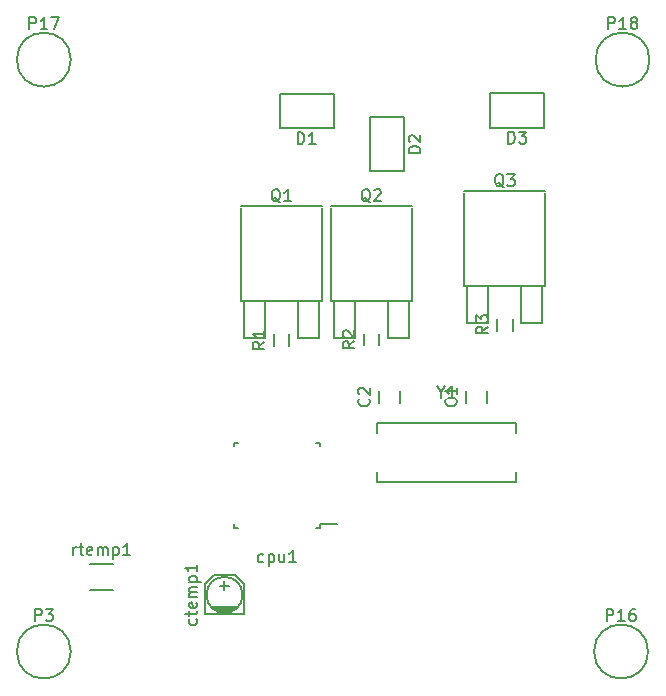
<source format=gbr>
G04 #@! TF.FileFunction,Legend,Top*
%FSLAX46Y46*%
G04 Gerber Fmt 4.6, Leading zero omitted, Abs format (unit mm)*
G04 Created by KiCad (PCBNEW 4.0.2+dfsg1-stable) date Thu 14 Apr 2016 07:40:31 AM EDT*
%MOMM*%
G01*
G04 APERTURE LIST*
%ADD10C,0.100000*%
%ADD11C,0.150000*%
G04 APERTURE END LIST*
D10*
D11*
X39663000Y26154000D02*
X39663000Y25154000D01*
X41363000Y25154000D02*
X41363000Y26154000D01*
X32297000Y26154000D02*
X32297000Y25154000D01*
X33997000Y25154000D02*
X33997000Y26154000D01*
X43601000Y32262000D02*
X43601000Y31262000D01*
X42251000Y31262000D02*
X42251000Y32262000D01*
X32298000Y31005400D02*
X32298000Y30005400D01*
X30948000Y30005400D02*
X30948000Y31005400D01*
X24678000Y30980000D02*
X24678000Y29980000D01*
X23328000Y29980000D02*
X23328000Y30980000D01*
X32123380Y18455640D02*
X43822620Y18455640D01*
X43822620Y23454360D02*
X32123380Y23454360D01*
X43822620Y18455640D02*
X43822620Y19304000D01*
X43822620Y23454360D02*
X43822620Y22606000D01*
X32123380Y18455640D02*
X32123380Y19304000D01*
X32123380Y23454360D02*
X32123380Y22606000D01*
X27247000Y14536000D02*
X27247000Y14861000D01*
X19997000Y14536000D02*
X19997000Y14861000D01*
X19997000Y21786000D02*
X19997000Y21461000D01*
X27247000Y21786000D02*
X27247000Y21461000D01*
X27247000Y14536000D02*
X26922000Y14536000D01*
X27247000Y21786000D02*
X26922000Y21786000D01*
X19997000Y21786000D02*
X20322000Y21786000D01*
X19997000Y14536000D02*
X20322000Y14536000D01*
X27247000Y14861000D02*
X28672000Y14861000D01*
X17526000Y7239000D02*
X20828000Y7239000D01*
X20828000Y7239000D02*
X20828000Y9779000D01*
X20828000Y9779000D02*
X20066000Y10541000D01*
X20066000Y10541000D02*
X18288000Y10541000D01*
X18288000Y10541000D02*
X17526000Y9779000D01*
X17526000Y9779000D02*
X17526000Y7239000D01*
X18669000Y7493000D02*
X19685000Y7493000D01*
X18415000Y7620000D02*
X19939000Y7620000D01*
X18161000Y7747000D02*
X20193000Y7747000D01*
X18034000Y7874000D02*
X20320000Y7874000D01*
X19177000Y10033000D02*
X19177000Y9271000D01*
X18796000Y9652000D02*
X19558000Y9652000D01*
X20701000Y8890000D02*
G75*
G03X20701000Y8890000I-1524000J0D01*
G01*
X25400000Y33782000D02*
X25400000Y30607000D01*
X25400000Y30607000D02*
X27178000Y30607000D01*
X27178000Y30607000D02*
X27178000Y33782000D01*
X20828000Y33782000D02*
X20828000Y30607000D01*
X20828000Y30607000D02*
X22606000Y30607000D01*
X22606000Y30607000D02*
X22606000Y33782000D01*
X27432000Y39878000D02*
X27432000Y33782000D01*
X27432000Y33782000D02*
X20574000Y33782000D01*
X20574000Y33782000D02*
X20574000Y41656000D01*
X20574000Y41783000D02*
X27432000Y41783000D01*
X27432000Y41656000D02*
X27432000Y39878000D01*
X33020000Y33782000D02*
X33020000Y30607000D01*
X33020000Y30607000D02*
X34798000Y30607000D01*
X34798000Y30607000D02*
X34798000Y33782000D01*
X28448000Y33782000D02*
X28448000Y30607000D01*
X28448000Y30607000D02*
X30226000Y30607000D01*
X30226000Y30607000D02*
X30226000Y33782000D01*
X35052000Y39878000D02*
X35052000Y33782000D01*
X35052000Y33782000D02*
X28194000Y33782000D01*
X28194000Y33782000D02*
X28194000Y41656000D01*
X28194000Y41783000D02*
X35052000Y41783000D01*
X35052000Y41656000D02*
X35052000Y39878000D01*
X44323000Y35052000D02*
X44323000Y31877000D01*
X44323000Y31877000D02*
X46101000Y31877000D01*
X46101000Y31877000D02*
X46101000Y35052000D01*
X39751000Y35052000D02*
X39751000Y31877000D01*
X39751000Y31877000D02*
X41529000Y31877000D01*
X41529000Y31877000D02*
X41529000Y35052000D01*
X46355000Y41148000D02*
X46355000Y35052000D01*
X46355000Y35052000D02*
X39497000Y35052000D01*
X39497000Y35052000D02*
X39497000Y42926000D01*
X39497000Y43053000D02*
X46355000Y43053000D01*
X46355000Y42926000D02*
X46355000Y41148000D01*
X9763000Y9339000D02*
X7763000Y9339000D01*
X7763000Y11489000D02*
X9763000Y11489000D01*
X23851600Y48400200D02*
X23851600Y51320200D01*
X28421600Y48400200D02*
X23851600Y48400200D01*
X28421600Y51320200D02*
X23851600Y51320200D01*
X28421600Y48400200D02*
X28421600Y51320200D01*
X34403800Y44772000D02*
X31483800Y44772000D01*
X34403800Y49342000D02*
X34403800Y44772000D01*
X31483800Y49342000D02*
X31483800Y44772000D01*
X34403800Y49342000D02*
X31483800Y49342000D01*
X41682400Y48451000D02*
X41682400Y51371000D01*
X46252400Y48451000D02*
X41682400Y48451000D01*
X46252400Y51371000D02*
X41682400Y51371000D01*
X46252400Y48451000D02*
X46252400Y51371000D01*
X6161000Y4089400D02*
G75*
G03X6161000Y4089400I-2286000J0D01*
G01*
X55041800Y4089400D02*
G75*
G03X55041800Y4089400I-2286000J0D01*
G01*
X6161000Y54203000D02*
G75*
G03X6161000Y54203000I-2286000J0D01*
G01*
X55161000Y54203000D02*
G75*
G03X55161000Y54203000I-2286000J0D01*
G01*
X38770143Y25487334D02*
X38817762Y25439715D01*
X38865381Y25296858D01*
X38865381Y25201620D01*
X38817762Y25058762D01*
X38722524Y24963524D01*
X38627286Y24915905D01*
X38436810Y24868286D01*
X38293952Y24868286D01*
X38103476Y24915905D01*
X38008238Y24963524D01*
X37913000Y25058762D01*
X37865381Y25201620D01*
X37865381Y25296858D01*
X37913000Y25439715D01*
X37960619Y25487334D01*
X38865381Y26439715D02*
X38865381Y25868286D01*
X38865381Y26154000D02*
X37865381Y26154000D01*
X38008238Y26058762D01*
X38103476Y25963524D01*
X38151095Y25868286D01*
X31404143Y25487334D02*
X31451762Y25439715D01*
X31499381Y25296858D01*
X31499381Y25201620D01*
X31451762Y25058762D01*
X31356524Y24963524D01*
X31261286Y24915905D01*
X31070810Y24868286D01*
X30927952Y24868286D01*
X30737476Y24915905D01*
X30642238Y24963524D01*
X30547000Y25058762D01*
X30499381Y25201620D01*
X30499381Y25296858D01*
X30547000Y25439715D01*
X30594619Y25487334D01*
X30594619Y25868286D02*
X30547000Y25915905D01*
X30499381Y26011143D01*
X30499381Y26249239D01*
X30547000Y26344477D01*
X30594619Y26392096D01*
X30689857Y26439715D01*
X30785095Y26439715D01*
X30927952Y26392096D01*
X31499381Y25820667D01*
X31499381Y26439715D01*
X41478381Y31595334D02*
X41002190Y31262000D01*
X41478381Y31023905D02*
X40478381Y31023905D01*
X40478381Y31404858D01*
X40526000Y31500096D01*
X40573619Y31547715D01*
X40668857Y31595334D01*
X40811714Y31595334D01*
X40906952Y31547715D01*
X40954571Y31500096D01*
X41002190Y31404858D01*
X41002190Y31023905D01*
X40478381Y31928667D02*
X40478381Y32547715D01*
X40859333Y32214381D01*
X40859333Y32357239D01*
X40906952Y32452477D01*
X40954571Y32500096D01*
X41049810Y32547715D01*
X41287905Y32547715D01*
X41383143Y32500096D01*
X41430762Y32452477D01*
X41478381Y32357239D01*
X41478381Y32071524D01*
X41430762Y31976286D01*
X41383143Y31928667D01*
X30175381Y30338734D02*
X29699190Y30005400D01*
X30175381Y29767305D02*
X29175381Y29767305D01*
X29175381Y30148258D01*
X29223000Y30243496D01*
X29270619Y30291115D01*
X29365857Y30338734D01*
X29508714Y30338734D01*
X29603952Y30291115D01*
X29651571Y30243496D01*
X29699190Y30148258D01*
X29699190Y29767305D01*
X29270619Y30719686D02*
X29223000Y30767305D01*
X29175381Y30862543D01*
X29175381Y31100639D01*
X29223000Y31195877D01*
X29270619Y31243496D01*
X29365857Y31291115D01*
X29461095Y31291115D01*
X29603952Y31243496D01*
X30175381Y30672067D01*
X30175381Y31291115D01*
X22555381Y30313334D02*
X22079190Y29980000D01*
X22555381Y29741905D02*
X21555381Y29741905D01*
X21555381Y30122858D01*
X21603000Y30218096D01*
X21650619Y30265715D01*
X21745857Y30313334D01*
X21888714Y30313334D01*
X21983952Y30265715D01*
X22031571Y30218096D01*
X22079190Y30122858D01*
X22079190Y29741905D01*
X22555381Y31265715D02*
X22555381Y30694286D01*
X22555381Y30980000D02*
X21555381Y30980000D01*
X21698238Y30884762D01*
X21793476Y30789524D01*
X21841095Y30694286D01*
X37496809Y26058810D02*
X37496809Y25582619D01*
X37163476Y26582619D02*
X37496809Y26058810D01*
X37830143Y26582619D01*
X38687286Y25582619D02*
X38115857Y25582619D01*
X38401571Y25582619D02*
X38401571Y26582619D01*
X38306333Y26439762D01*
X38211095Y26344524D01*
X38115857Y26296905D01*
X22479143Y11706238D02*
X22383905Y11658619D01*
X22193428Y11658619D01*
X22098190Y11706238D01*
X22050571Y11753857D01*
X22002952Y11849095D01*
X22002952Y12134810D01*
X22050571Y12230048D01*
X22098190Y12277667D01*
X22193428Y12325286D01*
X22383905Y12325286D01*
X22479143Y12277667D01*
X22907714Y12325286D02*
X22907714Y11325286D01*
X22907714Y12277667D02*
X23002952Y12325286D01*
X23193429Y12325286D01*
X23288667Y12277667D01*
X23336286Y12230048D01*
X23383905Y12134810D01*
X23383905Y11849095D01*
X23336286Y11753857D01*
X23288667Y11706238D01*
X23193429Y11658619D01*
X23002952Y11658619D01*
X22907714Y11706238D01*
X24241048Y12325286D02*
X24241048Y11658619D01*
X23812476Y12325286D02*
X23812476Y11801476D01*
X23860095Y11706238D01*
X23955333Y11658619D01*
X24098191Y11658619D01*
X24193429Y11706238D01*
X24241048Y11753857D01*
X25241048Y11658619D02*
X24669619Y11658619D01*
X24955333Y11658619D02*
X24955333Y12658619D01*
X24860095Y12515762D01*
X24764857Y12420524D01*
X24669619Y12372905D01*
X16787762Y6818572D02*
X16835381Y6723334D01*
X16835381Y6532857D01*
X16787762Y6437619D01*
X16740143Y6390000D01*
X16644905Y6342381D01*
X16359190Y6342381D01*
X16263952Y6390000D01*
X16216333Y6437619D01*
X16168714Y6532857D01*
X16168714Y6723334D01*
X16216333Y6818572D01*
X16168714Y7104286D02*
X16168714Y7485238D01*
X15835381Y7247143D02*
X16692524Y7247143D01*
X16787762Y7294762D01*
X16835381Y7390000D01*
X16835381Y7485238D01*
X16787762Y8199525D02*
X16835381Y8104287D01*
X16835381Y7913810D01*
X16787762Y7818572D01*
X16692524Y7770953D01*
X16311571Y7770953D01*
X16216333Y7818572D01*
X16168714Y7913810D01*
X16168714Y8104287D01*
X16216333Y8199525D01*
X16311571Y8247144D01*
X16406810Y8247144D01*
X16502048Y7770953D01*
X16835381Y8675715D02*
X16168714Y8675715D01*
X16263952Y8675715D02*
X16216333Y8723334D01*
X16168714Y8818572D01*
X16168714Y8961430D01*
X16216333Y9056668D01*
X16311571Y9104287D01*
X16835381Y9104287D01*
X16311571Y9104287D02*
X16216333Y9151906D01*
X16168714Y9247144D01*
X16168714Y9390001D01*
X16216333Y9485239D01*
X16311571Y9532858D01*
X16835381Y9532858D01*
X16168714Y10009048D02*
X17168714Y10009048D01*
X16216333Y10009048D02*
X16168714Y10104286D01*
X16168714Y10294763D01*
X16216333Y10390001D01*
X16263952Y10437620D01*
X16359190Y10485239D01*
X16644905Y10485239D01*
X16740143Y10437620D01*
X16787762Y10390001D01*
X16835381Y10294763D01*
X16835381Y10104286D01*
X16787762Y10009048D01*
X16835381Y11437620D02*
X16835381Y10866191D01*
X16835381Y11151905D02*
X15835381Y11151905D01*
X15978238Y11056667D01*
X16073476Y10961429D01*
X16121095Y10866191D01*
X23907762Y42124381D02*
X23812524Y42172000D01*
X23717286Y42267238D01*
X23574429Y42410095D01*
X23479190Y42457714D01*
X23383952Y42457714D01*
X23431571Y42219619D02*
X23336333Y42267238D01*
X23241095Y42362476D01*
X23193476Y42552952D01*
X23193476Y42886286D01*
X23241095Y43076762D01*
X23336333Y43172000D01*
X23431571Y43219619D01*
X23622048Y43219619D01*
X23717286Y43172000D01*
X23812524Y43076762D01*
X23860143Y42886286D01*
X23860143Y42552952D01*
X23812524Y42362476D01*
X23717286Y42267238D01*
X23622048Y42219619D01*
X23431571Y42219619D01*
X24812524Y42219619D02*
X24241095Y42219619D01*
X24526809Y42219619D02*
X24526809Y43219619D01*
X24431571Y43076762D01*
X24336333Y42981524D01*
X24241095Y42933905D01*
X31527762Y42124381D02*
X31432524Y42172000D01*
X31337286Y42267238D01*
X31194429Y42410095D01*
X31099190Y42457714D01*
X31003952Y42457714D01*
X31051571Y42219619D02*
X30956333Y42267238D01*
X30861095Y42362476D01*
X30813476Y42552952D01*
X30813476Y42886286D01*
X30861095Y43076762D01*
X30956333Y43172000D01*
X31051571Y43219619D01*
X31242048Y43219619D01*
X31337286Y43172000D01*
X31432524Y43076762D01*
X31480143Y42886286D01*
X31480143Y42552952D01*
X31432524Y42362476D01*
X31337286Y42267238D01*
X31242048Y42219619D01*
X31051571Y42219619D01*
X31861095Y43124381D02*
X31908714Y43172000D01*
X32003952Y43219619D01*
X32242048Y43219619D01*
X32337286Y43172000D01*
X32384905Y43124381D01*
X32432524Y43029143D01*
X32432524Y42933905D01*
X32384905Y42791048D01*
X31813476Y42219619D01*
X32432524Y42219619D01*
X42830762Y43394381D02*
X42735524Y43442000D01*
X42640286Y43537238D01*
X42497429Y43680095D01*
X42402190Y43727714D01*
X42306952Y43727714D01*
X42354571Y43489619D02*
X42259333Y43537238D01*
X42164095Y43632476D01*
X42116476Y43822952D01*
X42116476Y44156286D01*
X42164095Y44346762D01*
X42259333Y44442000D01*
X42354571Y44489619D01*
X42545048Y44489619D01*
X42640286Y44442000D01*
X42735524Y44346762D01*
X42783143Y44156286D01*
X42783143Y43822952D01*
X42735524Y43632476D01*
X42640286Y43537238D01*
X42545048Y43489619D01*
X42354571Y43489619D01*
X43116476Y44489619D02*
X43735524Y44489619D01*
X43402190Y44108667D01*
X43545048Y44108667D01*
X43640286Y44061048D01*
X43687905Y44013429D01*
X43735524Y43918190D01*
X43735524Y43680095D01*
X43687905Y43584857D01*
X43640286Y43537238D01*
X43545048Y43489619D01*
X43259333Y43489619D01*
X43164095Y43537238D01*
X43116476Y43584857D01*
X6382047Y12261619D02*
X6382047Y12928286D01*
X6382047Y12737810D02*
X6429666Y12833048D01*
X6477285Y12880667D01*
X6572523Y12928286D01*
X6667762Y12928286D01*
X6858238Y12928286D02*
X7239190Y12928286D01*
X7001095Y13261619D02*
X7001095Y12404476D01*
X7048714Y12309238D01*
X7143952Y12261619D01*
X7239190Y12261619D01*
X7953477Y12309238D02*
X7858239Y12261619D01*
X7667762Y12261619D01*
X7572524Y12309238D01*
X7524905Y12404476D01*
X7524905Y12785429D01*
X7572524Y12880667D01*
X7667762Y12928286D01*
X7858239Y12928286D01*
X7953477Y12880667D01*
X8001096Y12785429D01*
X8001096Y12690190D01*
X7524905Y12594952D01*
X8429667Y12261619D02*
X8429667Y12928286D01*
X8429667Y12833048D02*
X8477286Y12880667D01*
X8572524Y12928286D01*
X8715382Y12928286D01*
X8810620Y12880667D01*
X8858239Y12785429D01*
X8858239Y12261619D01*
X8858239Y12785429D02*
X8905858Y12880667D01*
X9001096Y12928286D01*
X9143953Y12928286D01*
X9239191Y12880667D01*
X9286810Y12785429D01*
X9286810Y12261619D01*
X9763000Y12928286D02*
X9763000Y11928286D01*
X9763000Y12880667D02*
X9858238Y12928286D01*
X10048715Y12928286D01*
X10143953Y12880667D01*
X10191572Y12833048D01*
X10239191Y12737810D01*
X10239191Y12452095D01*
X10191572Y12356857D01*
X10143953Y12309238D01*
X10048715Y12261619D01*
X9858238Y12261619D01*
X9763000Y12309238D01*
X11191572Y12261619D02*
X10620143Y12261619D01*
X10905857Y12261619D02*
X10905857Y13261619D01*
X10810619Y13118762D01*
X10715381Y13023524D01*
X10620143Y12975905D01*
X25373105Y47045619D02*
X25373105Y48045619D01*
X25611200Y48045619D01*
X25754058Y47998000D01*
X25849296Y47902762D01*
X25896915Y47807524D01*
X25944534Y47617048D01*
X25944534Y47474190D01*
X25896915Y47283714D01*
X25849296Y47188476D01*
X25754058Y47093238D01*
X25611200Y47045619D01*
X25373105Y47045619D01*
X26896915Y47045619D02*
X26325486Y47045619D01*
X26611200Y47045619D02*
X26611200Y48045619D01*
X26515962Y47902762D01*
X26420724Y47807524D01*
X26325486Y47759905D01*
X35758381Y46293505D02*
X34758381Y46293505D01*
X34758381Y46531600D01*
X34806000Y46674458D01*
X34901238Y46769696D01*
X34996476Y46817315D01*
X35186952Y46864934D01*
X35329810Y46864934D01*
X35520286Y46817315D01*
X35615524Y46769696D01*
X35710762Y46674458D01*
X35758381Y46531600D01*
X35758381Y46293505D01*
X34853619Y47245886D02*
X34806000Y47293505D01*
X34758381Y47388743D01*
X34758381Y47626839D01*
X34806000Y47722077D01*
X34853619Y47769696D01*
X34948857Y47817315D01*
X35044095Y47817315D01*
X35186952Y47769696D01*
X35758381Y47198267D01*
X35758381Y47817315D01*
X43203905Y47096419D02*
X43203905Y48096419D01*
X43442000Y48096419D01*
X43584858Y48048800D01*
X43680096Y47953562D01*
X43727715Y47858324D01*
X43775334Y47667848D01*
X43775334Y47524990D01*
X43727715Y47334514D01*
X43680096Y47239276D01*
X43584858Y47144038D01*
X43442000Y47096419D01*
X43203905Y47096419D01*
X44108667Y48096419D02*
X44727715Y48096419D01*
X44394381Y47715467D01*
X44537239Y47715467D01*
X44632477Y47667848D01*
X44680096Y47620229D01*
X44727715Y47524990D01*
X44727715Y47286895D01*
X44680096Y47191657D01*
X44632477Y47144038D01*
X44537239Y47096419D01*
X44251524Y47096419D01*
X44156286Y47144038D01*
X44108667Y47191657D01*
X3136905Y6685019D02*
X3136905Y7685019D01*
X3517858Y7685019D01*
X3613096Y7637400D01*
X3660715Y7589781D01*
X3708334Y7494543D01*
X3708334Y7351686D01*
X3660715Y7256448D01*
X3613096Y7208829D01*
X3517858Y7161210D01*
X3136905Y7161210D01*
X4041667Y7685019D02*
X4660715Y7685019D01*
X4327381Y7304067D01*
X4470239Y7304067D01*
X4565477Y7256448D01*
X4613096Y7208829D01*
X4660715Y7113590D01*
X4660715Y6875495D01*
X4613096Y6780257D01*
X4565477Y6732638D01*
X4470239Y6685019D01*
X4184524Y6685019D01*
X4089286Y6732638D01*
X4041667Y6780257D01*
X51541514Y6685019D02*
X51541514Y7685019D01*
X51922467Y7685019D01*
X52017705Y7637400D01*
X52065324Y7589781D01*
X52112943Y7494543D01*
X52112943Y7351686D01*
X52065324Y7256448D01*
X52017705Y7208829D01*
X51922467Y7161210D01*
X51541514Y7161210D01*
X53065324Y6685019D02*
X52493895Y6685019D01*
X52779609Y6685019D02*
X52779609Y7685019D01*
X52684371Y7542162D01*
X52589133Y7446924D01*
X52493895Y7399305D01*
X53922467Y7685019D02*
X53731990Y7685019D01*
X53636752Y7637400D01*
X53589133Y7589781D01*
X53493895Y7446924D01*
X53446276Y7256448D01*
X53446276Y6875495D01*
X53493895Y6780257D01*
X53541514Y6732638D01*
X53636752Y6685019D01*
X53827229Y6685019D01*
X53922467Y6732638D01*
X53970086Y6780257D01*
X54017705Y6875495D01*
X54017705Y7113590D01*
X53970086Y7208829D01*
X53922467Y7256448D01*
X53827229Y7304067D01*
X53636752Y7304067D01*
X53541514Y7256448D01*
X53493895Y7208829D01*
X53446276Y7113590D01*
X2660714Y56798619D02*
X2660714Y57798619D01*
X3041667Y57798619D01*
X3136905Y57751000D01*
X3184524Y57703381D01*
X3232143Y57608143D01*
X3232143Y57465286D01*
X3184524Y57370048D01*
X3136905Y57322429D01*
X3041667Y57274810D01*
X2660714Y57274810D01*
X4184524Y56798619D02*
X3613095Y56798619D01*
X3898809Y56798619D02*
X3898809Y57798619D01*
X3803571Y57655762D01*
X3708333Y57560524D01*
X3613095Y57512905D01*
X4517857Y57798619D02*
X5184524Y57798619D01*
X4755952Y56798619D01*
X51660714Y56798619D02*
X51660714Y57798619D01*
X52041667Y57798619D01*
X52136905Y57751000D01*
X52184524Y57703381D01*
X52232143Y57608143D01*
X52232143Y57465286D01*
X52184524Y57370048D01*
X52136905Y57322429D01*
X52041667Y57274810D01*
X51660714Y57274810D01*
X53184524Y56798619D02*
X52613095Y56798619D01*
X52898809Y56798619D02*
X52898809Y57798619D01*
X52803571Y57655762D01*
X52708333Y57560524D01*
X52613095Y57512905D01*
X53755952Y57370048D02*
X53660714Y57417667D01*
X53613095Y57465286D01*
X53565476Y57560524D01*
X53565476Y57608143D01*
X53613095Y57703381D01*
X53660714Y57751000D01*
X53755952Y57798619D01*
X53946429Y57798619D01*
X54041667Y57751000D01*
X54089286Y57703381D01*
X54136905Y57608143D01*
X54136905Y57560524D01*
X54089286Y57465286D01*
X54041667Y57417667D01*
X53946429Y57370048D01*
X53755952Y57370048D01*
X53660714Y57322429D01*
X53613095Y57274810D01*
X53565476Y57179571D01*
X53565476Y56989095D01*
X53613095Y56893857D01*
X53660714Y56846238D01*
X53755952Y56798619D01*
X53946429Y56798619D01*
X54041667Y56846238D01*
X54089286Y56893857D01*
X54136905Y56989095D01*
X54136905Y57179571D01*
X54089286Y57274810D01*
X54041667Y57322429D01*
X53946429Y57370048D01*
M02*

</source>
